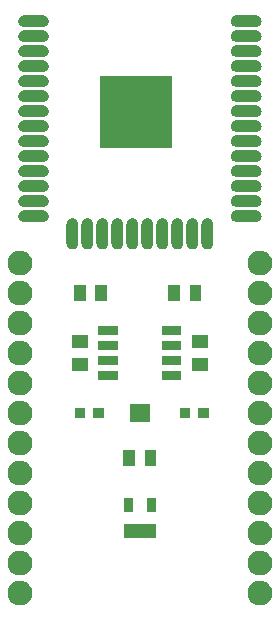
<source format=gbr>
G04 #@! TF.GenerationSoftware,KiCad,Pcbnew,(5.0.2)-1*
G04 #@! TF.CreationDate,2019-10-20T23:59:16+02:00*
G04 #@! TF.ProjectId,esp32-lifepo4 - slim,65737033-322d-46c6-9966-65706f34202d,rev?*
G04 #@! TF.SameCoordinates,Original*
G04 #@! TF.FileFunction,Soldermask,Top*
G04 #@! TF.FilePolarity,Negative*
%FSLAX46Y46*%
G04 Gerber Fmt 4.6, Leading zero omitted, Abs format (unit mm)*
G04 Created by KiCad (PCBNEW (5.0.2)-1) date 20/10/2019 23:59:16*
%MOMM*%
%LPD*%
G01*
G04 APERTURE LIST*
%ADD10C,0.150000*%
G04 APERTURE END LIST*
D10*
G36*
X157439925Y-117449554D02*
X157629449Y-117528057D01*
X157800015Y-117642026D01*
X157945068Y-117787079D01*
X158059037Y-117957645D01*
X158137540Y-118147169D01*
X158177560Y-118348364D01*
X158177560Y-118553504D01*
X158137540Y-118754699D01*
X158059037Y-118944223D01*
X157945068Y-119114789D01*
X157800015Y-119259842D01*
X157629449Y-119373811D01*
X157439925Y-119452314D01*
X157238730Y-119492334D01*
X157033590Y-119492334D01*
X156832395Y-119452314D01*
X156642871Y-119373811D01*
X156472305Y-119259842D01*
X156327252Y-119114789D01*
X156213283Y-118944223D01*
X156134780Y-118754699D01*
X156094760Y-118553504D01*
X156094760Y-118348364D01*
X156134780Y-118147169D01*
X156213283Y-117957645D01*
X156327252Y-117787079D01*
X156472305Y-117642026D01*
X156642871Y-117528057D01*
X156832395Y-117449554D01*
X157033590Y-117409534D01*
X157238730Y-117409534D01*
X157439925Y-117449554D01*
X157439925Y-117449554D01*
G37*
G36*
X137119925Y-117449554D02*
X137309449Y-117528057D01*
X137480015Y-117642026D01*
X137625068Y-117787079D01*
X137739037Y-117957645D01*
X137817540Y-118147169D01*
X137857560Y-118348364D01*
X137857560Y-118553504D01*
X137817540Y-118754699D01*
X137739037Y-118944223D01*
X137625068Y-119114789D01*
X137480015Y-119259842D01*
X137309449Y-119373811D01*
X137119925Y-119452314D01*
X136918730Y-119492334D01*
X136713590Y-119492334D01*
X136512395Y-119452314D01*
X136322871Y-119373811D01*
X136152305Y-119259842D01*
X136007252Y-119114789D01*
X135893283Y-118944223D01*
X135814780Y-118754699D01*
X135774760Y-118553504D01*
X135774760Y-118348364D01*
X135814780Y-118147169D01*
X135893283Y-117957645D01*
X136007252Y-117787079D01*
X136152305Y-117642026D01*
X136322871Y-117528057D01*
X136512395Y-117449554D01*
X136713590Y-117409534D01*
X136918730Y-117409534D01*
X137119925Y-117449554D01*
X137119925Y-117449554D01*
G37*
G36*
X157439925Y-114909554D02*
X157629449Y-114988057D01*
X157800015Y-115102026D01*
X157945068Y-115247079D01*
X158059037Y-115417645D01*
X158137540Y-115607169D01*
X158177560Y-115808364D01*
X158177560Y-116013504D01*
X158137540Y-116214699D01*
X158059037Y-116404223D01*
X157945068Y-116574789D01*
X157800015Y-116719842D01*
X157629449Y-116833811D01*
X157439925Y-116912314D01*
X157238730Y-116952334D01*
X157033590Y-116952334D01*
X156832395Y-116912314D01*
X156642871Y-116833811D01*
X156472305Y-116719842D01*
X156327252Y-116574789D01*
X156213283Y-116404223D01*
X156134780Y-116214699D01*
X156094760Y-116013504D01*
X156094760Y-115808364D01*
X156134780Y-115607169D01*
X156213283Y-115417645D01*
X156327252Y-115247079D01*
X156472305Y-115102026D01*
X156642871Y-114988057D01*
X156832395Y-114909554D01*
X157033590Y-114869534D01*
X157238730Y-114869534D01*
X157439925Y-114909554D01*
X157439925Y-114909554D01*
G37*
G36*
X137119925Y-114909554D02*
X137309449Y-114988057D01*
X137480015Y-115102026D01*
X137625068Y-115247079D01*
X137739037Y-115417645D01*
X137817540Y-115607169D01*
X137857560Y-115808364D01*
X137857560Y-116013504D01*
X137817540Y-116214699D01*
X137739037Y-116404223D01*
X137625068Y-116574789D01*
X137480015Y-116719842D01*
X137309449Y-116833811D01*
X137119925Y-116912314D01*
X136918730Y-116952334D01*
X136713590Y-116952334D01*
X136512395Y-116912314D01*
X136322871Y-116833811D01*
X136152305Y-116719842D01*
X136007252Y-116574789D01*
X135893283Y-116404223D01*
X135814780Y-116214699D01*
X135774760Y-116013504D01*
X135774760Y-115808364D01*
X135814780Y-115607169D01*
X135893283Y-115417645D01*
X136007252Y-115247079D01*
X136152305Y-115102026D01*
X136322871Y-114988057D01*
X136512395Y-114909554D01*
X136713590Y-114869534D01*
X136918730Y-114869534D01*
X137119925Y-114909554D01*
X137119925Y-114909554D01*
G37*
G36*
X157439925Y-112369554D02*
X157629449Y-112448057D01*
X157800015Y-112562026D01*
X157945068Y-112707079D01*
X158059037Y-112877645D01*
X158137540Y-113067169D01*
X158177560Y-113268364D01*
X158177560Y-113473504D01*
X158137540Y-113674699D01*
X158059037Y-113864223D01*
X157945068Y-114034789D01*
X157800015Y-114179842D01*
X157629449Y-114293811D01*
X157439925Y-114372314D01*
X157238730Y-114412334D01*
X157033590Y-114412334D01*
X156832395Y-114372314D01*
X156642871Y-114293811D01*
X156472305Y-114179842D01*
X156327252Y-114034789D01*
X156213283Y-113864223D01*
X156134780Y-113674699D01*
X156094760Y-113473504D01*
X156094760Y-113268364D01*
X156134780Y-113067169D01*
X156213283Y-112877645D01*
X156327252Y-112707079D01*
X156472305Y-112562026D01*
X156642871Y-112448057D01*
X156832395Y-112369554D01*
X157033590Y-112329534D01*
X157238730Y-112329534D01*
X157439925Y-112369554D01*
X157439925Y-112369554D01*
G37*
G36*
X137119925Y-112369554D02*
X137309449Y-112448057D01*
X137480015Y-112562026D01*
X137625068Y-112707079D01*
X137739037Y-112877645D01*
X137817540Y-113067169D01*
X137857560Y-113268364D01*
X137857560Y-113473504D01*
X137817540Y-113674699D01*
X137739037Y-113864223D01*
X137625068Y-114034789D01*
X137480015Y-114179842D01*
X137309449Y-114293811D01*
X137119925Y-114372314D01*
X136918730Y-114412334D01*
X136713590Y-114412334D01*
X136512395Y-114372314D01*
X136322871Y-114293811D01*
X136152305Y-114179842D01*
X136007252Y-114034789D01*
X135893283Y-113864223D01*
X135814780Y-113674699D01*
X135774760Y-113473504D01*
X135774760Y-113268364D01*
X135814780Y-113067169D01*
X135893283Y-112877645D01*
X136007252Y-112707079D01*
X136152305Y-112562026D01*
X136322871Y-112448057D01*
X136512395Y-112369554D01*
X136713590Y-112329534D01*
X136918730Y-112329534D01*
X137119925Y-112369554D01*
X137119925Y-112369554D01*
G37*
G36*
X148302160Y-113781934D02*
X145650160Y-113781934D01*
X145650160Y-112619934D01*
X148302160Y-112619934D01*
X148302160Y-113781934D01*
X148302160Y-113781934D01*
G37*
G36*
X157439925Y-109829554D02*
X157629449Y-109908057D01*
X157800015Y-110022026D01*
X157945068Y-110167079D01*
X158059037Y-110337645D01*
X158137540Y-110527169D01*
X158177560Y-110728364D01*
X158177560Y-110933504D01*
X158137540Y-111134699D01*
X158059037Y-111324223D01*
X157945068Y-111494789D01*
X157800015Y-111639842D01*
X157629449Y-111753811D01*
X157439925Y-111832314D01*
X157238730Y-111872334D01*
X157033590Y-111872334D01*
X156832395Y-111832314D01*
X156642871Y-111753811D01*
X156472305Y-111639842D01*
X156327252Y-111494789D01*
X156213283Y-111324223D01*
X156134780Y-111134699D01*
X156094760Y-110933504D01*
X156094760Y-110728364D01*
X156134780Y-110527169D01*
X156213283Y-110337645D01*
X156327252Y-110167079D01*
X156472305Y-110022026D01*
X156642871Y-109908057D01*
X156832395Y-109829554D01*
X157033590Y-109789534D01*
X157238730Y-109789534D01*
X157439925Y-109829554D01*
X157439925Y-109829554D01*
G37*
G36*
X137119925Y-109829554D02*
X137309449Y-109908057D01*
X137480015Y-110022026D01*
X137625068Y-110167079D01*
X137739037Y-110337645D01*
X137817540Y-110527169D01*
X137857560Y-110728364D01*
X137857560Y-110933504D01*
X137817540Y-111134699D01*
X137739037Y-111324223D01*
X137625068Y-111494789D01*
X137480015Y-111639842D01*
X137309449Y-111753811D01*
X137119925Y-111832314D01*
X136918730Y-111872334D01*
X136713590Y-111872334D01*
X136512395Y-111832314D01*
X136322871Y-111753811D01*
X136152305Y-111639842D01*
X136007252Y-111494789D01*
X135893283Y-111324223D01*
X135814780Y-111134699D01*
X135774760Y-110933504D01*
X135774760Y-110728364D01*
X135814780Y-110527169D01*
X135893283Y-110337645D01*
X136007252Y-110167079D01*
X136152305Y-110022026D01*
X136322871Y-109908057D01*
X136512395Y-109829554D01*
X136713590Y-109789534D01*
X136918730Y-109789534D01*
X137119925Y-109829554D01*
X137119925Y-109829554D01*
G37*
G36*
X148302160Y-111581934D02*
X147550160Y-111581934D01*
X147550160Y-110419934D01*
X148302160Y-110419934D01*
X148302160Y-111581934D01*
X148302160Y-111581934D01*
G37*
G36*
X146402160Y-111581934D02*
X145650160Y-111581934D01*
X145650160Y-110419934D01*
X146402160Y-110419934D01*
X146402160Y-111581934D01*
X146402160Y-111581934D01*
G37*
G36*
X157439925Y-107289554D02*
X157629449Y-107368057D01*
X157800015Y-107482026D01*
X157945068Y-107627079D01*
X158059037Y-107797645D01*
X158137540Y-107987169D01*
X158177560Y-108188364D01*
X158177560Y-108393504D01*
X158137540Y-108594699D01*
X158059037Y-108784223D01*
X157945068Y-108954789D01*
X157800015Y-109099842D01*
X157629449Y-109213811D01*
X157439925Y-109292314D01*
X157238730Y-109332334D01*
X157033590Y-109332334D01*
X156832395Y-109292314D01*
X156642871Y-109213811D01*
X156472305Y-109099842D01*
X156327252Y-108954789D01*
X156213283Y-108784223D01*
X156134780Y-108594699D01*
X156094760Y-108393504D01*
X156094760Y-108188364D01*
X156134780Y-107987169D01*
X156213283Y-107797645D01*
X156327252Y-107627079D01*
X156472305Y-107482026D01*
X156642871Y-107368057D01*
X156832395Y-107289554D01*
X157033590Y-107249534D01*
X157238730Y-107249534D01*
X157439925Y-107289554D01*
X157439925Y-107289554D01*
G37*
G36*
X137119925Y-107289554D02*
X137309449Y-107368057D01*
X137480015Y-107482026D01*
X137625068Y-107627079D01*
X137739037Y-107797645D01*
X137817540Y-107987169D01*
X137857560Y-108188364D01*
X137857560Y-108393504D01*
X137817540Y-108594699D01*
X137739037Y-108784223D01*
X137625068Y-108954789D01*
X137480015Y-109099842D01*
X137309449Y-109213811D01*
X137119925Y-109292314D01*
X136918730Y-109332334D01*
X136713590Y-109332334D01*
X136512395Y-109292314D01*
X136322871Y-109213811D01*
X136152305Y-109099842D01*
X136007252Y-108954789D01*
X135893283Y-108784223D01*
X135814780Y-108594699D01*
X135774760Y-108393504D01*
X135774760Y-108188364D01*
X135814780Y-107987169D01*
X135893283Y-107797645D01*
X136007252Y-107627079D01*
X136152305Y-107482026D01*
X136322871Y-107368057D01*
X136512395Y-107289554D01*
X136713590Y-107249534D01*
X136918730Y-107249534D01*
X137119925Y-107289554D01*
X137119925Y-107289554D01*
G37*
G36*
X148375700Y-107721974D02*
X147374940Y-107721974D01*
X147374940Y-106319894D01*
X148375700Y-106319894D01*
X148375700Y-107721974D01*
X148375700Y-107721974D01*
G37*
G36*
X146577380Y-107721974D02*
X145576620Y-107721974D01*
X145576620Y-106319894D01*
X146577380Y-106319894D01*
X146577380Y-107721974D01*
X146577380Y-107721974D01*
G37*
G36*
X157439925Y-104749554D02*
X157629449Y-104828057D01*
X157800015Y-104942026D01*
X157945068Y-105087079D01*
X158059037Y-105257645D01*
X158137540Y-105447169D01*
X158177560Y-105648364D01*
X158177560Y-105853504D01*
X158137540Y-106054699D01*
X158059037Y-106244223D01*
X157945068Y-106414789D01*
X157800015Y-106559842D01*
X157629449Y-106673811D01*
X157439925Y-106752314D01*
X157238730Y-106792334D01*
X157033590Y-106792334D01*
X156832395Y-106752314D01*
X156642871Y-106673811D01*
X156472305Y-106559842D01*
X156327252Y-106414789D01*
X156213283Y-106244223D01*
X156134780Y-106054699D01*
X156094760Y-105853504D01*
X156094760Y-105648364D01*
X156134780Y-105447169D01*
X156213283Y-105257645D01*
X156327252Y-105087079D01*
X156472305Y-104942026D01*
X156642871Y-104828057D01*
X156832395Y-104749554D01*
X157033590Y-104709534D01*
X157238730Y-104709534D01*
X157439925Y-104749554D01*
X157439925Y-104749554D01*
G37*
G36*
X137119925Y-104749554D02*
X137309449Y-104828057D01*
X137480015Y-104942026D01*
X137625068Y-105087079D01*
X137739037Y-105257645D01*
X137817540Y-105447169D01*
X137857560Y-105648364D01*
X137857560Y-105853504D01*
X137817540Y-106054699D01*
X137739037Y-106244223D01*
X137625068Y-106414789D01*
X137480015Y-106559842D01*
X137309449Y-106673811D01*
X137119925Y-106752314D01*
X136918730Y-106792334D01*
X136713590Y-106792334D01*
X136512395Y-106752314D01*
X136322871Y-106673811D01*
X136152305Y-106559842D01*
X136007252Y-106414789D01*
X135893283Y-106244223D01*
X135814780Y-106054699D01*
X135774760Y-105853504D01*
X135774760Y-105648364D01*
X135814780Y-105447169D01*
X135893283Y-105257645D01*
X136007252Y-105087079D01*
X136152305Y-104942026D01*
X136322871Y-104828057D01*
X136512395Y-104749554D01*
X136713590Y-104709534D01*
X136918730Y-104709534D01*
X137119925Y-104749554D01*
X137119925Y-104749554D01*
G37*
G36*
X137119925Y-102209554D02*
X137309449Y-102288057D01*
X137480015Y-102402026D01*
X137625068Y-102547079D01*
X137739037Y-102717645D01*
X137817540Y-102907169D01*
X137857560Y-103108364D01*
X137857560Y-103313504D01*
X137817540Y-103514699D01*
X137739037Y-103704223D01*
X137625068Y-103874789D01*
X137480015Y-104019842D01*
X137309449Y-104133811D01*
X137119925Y-104212314D01*
X136918730Y-104252334D01*
X136713590Y-104252334D01*
X136512395Y-104212314D01*
X136322871Y-104133811D01*
X136152305Y-104019842D01*
X136007252Y-103874789D01*
X135893283Y-103704223D01*
X135814780Y-103514699D01*
X135774760Y-103313504D01*
X135774760Y-103108364D01*
X135814780Y-102907169D01*
X135893283Y-102717645D01*
X136007252Y-102547079D01*
X136152305Y-102402026D01*
X136322871Y-102288057D01*
X136512395Y-102209554D01*
X136713590Y-102169534D01*
X136918730Y-102169534D01*
X137119925Y-102209554D01*
X137119925Y-102209554D01*
G37*
G36*
X157439925Y-102209554D02*
X157629449Y-102288057D01*
X157800015Y-102402026D01*
X157945068Y-102547079D01*
X158059037Y-102717645D01*
X158137540Y-102907169D01*
X158177560Y-103108364D01*
X158177560Y-103313504D01*
X158137540Y-103514699D01*
X158059037Y-103704223D01*
X157945068Y-103874789D01*
X157800015Y-104019842D01*
X157629449Y-104133811D01*
X157439925Y-104212314D01*
X157238730Y-104252334D01*
X157033590Y-104252334D01*
X156832395Y-104212314D01*
X156642871Y-104133811D01*
X156472305Y-104019842D01*
X156327252Y-103874789D01*
X156213283Y-103704223D01*
X156134780Y-103514699D01*
X156094760Y-103313504D01*
X156094760Y-103108364D01*
X156134780Y-102907169D01*
X156213283Y-102717645D01*
X156327252Y-102547079D01*
X156472305Y-102402026D01*
X156642871Y-102288057D01*
X156832395Y-102209554D01*
X157033590Y-102169534D01*
X157238730Y-102169534D01*
X157439925Y-102209554D01*
X157439925Y-102209554D01*
G37*
G36*
X147801660Y-103947534D02*
X146150660Y-103947534D01*
X146150660Y-102474334D01*
X147801660Y-102474334D01*
X147801660Y-103947534D01*
X147801660Y-103947534D01*
G37*
G36*
X142347160Y-103661934D02*
X141445160Y-103661934D01*
X141445160Y-102759934D01*
X142347160Y-102759934D01*
X142347160Y-103661934D01*
X142347160Y-103661934D01*
G37*
G36*
X151237160Y-103661934D02*
X150335160Y-103661934D01*
X150335160Y-102759934D01*
X151237160Y-102759934D01*
X151237160Y-103661934D01*
X151237160Y-103661934D01*
G37*
G36*
X143947160Y-103661934D02*
X143045160Y-103661934D01*
X143045160Y-102759934D01*
X143947160Y-102759934D01*
X143947160Y-103661934D01*
X143947160Y-103661934D01*
G37*
G36*
X152837160Y-103661934D02*
X151935160Y-103661934D01*
X151935160Y-102759934D01*
X152837160Y-102759934D01*
X152837160Y-103661934D01*
X152837160Y-103661934D01*
G37*
G36*
X157439925Y-99669554D02*
X157629449Y-99748057D01*
X157800015Y-99862026D01*
X157945068Y-100007079D01*
X158059037Y-100177645D01*
X158137540Y-100367169D01*
X158177560Y-100568364D01*
X158177560Y-100773504D01*
X158137540Y-100974699D01*
X158059037Y-101164223D01*
X157945068Y-101334789D01*
X157800015Y-101479842D01*
X157629449Y-101593811D01*
X157439925Y-101672314D01*
X157238730Y-101712334D01*
X157033590Y-101712334D01*
X156832395Y-101672314D01*
X156642871Y-101593811D01*
X156472305Y-101479842D01*
X156327252Y-101334789D01*
X156213283Y-101164223D01*
X156134780Y-100974699D01*
X156094760Y-100773504D01*
X156094760Y-100568364D01*
X156134780Y-100367169D01*
X156213283Y-100177645D01*
X156327252Y-100007079D01*
X156472305Y-99862026D01*
X156642871Y-99748057D01*
X156832395Y-99669554D01*
X157033590Y-99629534D01*
X157238730Y-99629534D01*
X157439925Y-99669554D01*
X157439925Y-99669554D01*
G37*
G36*
X137119925Y-99669554D02*
X137309449Y-99748057D01*
X137480015Y-99862026D01*
X137625068Y-100007079D01*
X137739037Y-100177645D01*
X137817540Y-100367169D01*
X137857560Y-100568364D01*
X137857560Y-100773504D01*
X137817540Y-100974699D01*
X137739037Y-101164223D01*
X137625068Y-101334789D01*
X137480015Y-101479842D01*
X137309449Y-101593811D01*
X137119925Y-101672314D01*
X136918730Y-101712334D01*
X136713590Y-101712334D01*
X136512395Y-101672314D01*
X136322871Y-101593811D01*
X136152305Y-101479842D01*
X136007252Y-101334789D01*
X135893283Y-101164223D01*
X135814780Y-100974699D01*
X135774760Y-100773504D01*
X135774760Y-100568364D01*
X135814780Y-100367169D01*
X135893283Y-100177645D01*
X136007252Y-100007079D01*
X136152305Y-99862026D01*
X136322871Y-99748057D01*
X136512395Y-99669554D01*
X136713590Y-99629534D01*
X136918730Y-99629534D01*
X137119925Y-99669554D01*
X137119925Y-99669554D01*
G37*
G36*
X150502160Y-100386934D02*
X148850160Y-100386934D01*
X148850160Y-99684934D01*
X150502160Y-99684934D01*
X150502160Y-100386934D01*
X150502160Y-100386934D01*
G37*
G36*
X145102160Y-100386934D02*
X143450160Y-100386934D01*
X143450160Y-99684934D01*
X145102160Y-99684934D01*
X145102160Y-100386934D01*
X145102160Y-100386934D01*
G37*
G36*
X142572160Y-99681934D02*
X141220160Y-99681934D01*
X141220160Y-98579934D01*
X142572160Y-98579934D01*
X142572160Y-99681934D01*
X142572160Y-99681934D01*
G37*
G36*
X152732160Y-99681934D02*
X151380160Y-99681934D01*
X151380160Y-98579934D01*
X152732160Y-98579934D01*
X152732160Y-99681934D01*
X152732160Y-99681934D01*
G37*
G36*
X157439925Y-97129554D02*
X157629449Y-97208057D01*
X157800015Y-97322026D01*
X157945068Y-97467079D01*
X158059037Y-97637645D01*
X158137540Y-97827169D01*
X158177560Y-98028364D01*
X158177560Y-98233504D01*
X158137540Y-98434699D01*
X158059037Y-98624223D01*
X157945068Y-98794789D01*
X157800015Y-98939842D01*
X157629449Y-99053811D01*
X157439925Y-99132314D01*
X157238730Y-99172334D01*
X157033590Y-99172334D01*
X156832395Y-99132314D01*
X156642871Y-99053811D01*
X156472305Y-98939842D01*
X156327252Y-98794789D01*
X156213283Y-98624223D01*
X156134780Y-98434699D01*
X156094760Y-98233504D01*
X156094760Y-98028364D01*
X156134780Y-97827169D01*
X156213283Y-97637645D01*
X156327252Y-97467079D01*
X156472305Y-97322026D01*
X156642871Y-97208057D01*
X156832395Y-97129554D01*
X157033590Y-97089534D01*
X157238730Y-97089534D01*
X157439925Y-97129554D01*
X157439925Y-97129554D01*
G37*
G36*
X137119925Y-97129554D02*
X137309449Y-97208057D01*
X137480015Y-97322026D01*
X137625068Y-97467079D01*
X137739037Y-97637645D01*
X137817540Y-97827169D01*
X137857560Y-98028364D01*
X137857560Y-98233504D01*
X137817540Y-98434699D01*
X137739037Y-98624223D01*
X137625068Y-98794789D01*
X137480015Y-98939842D01*
X137309449Y-99053811D01*
X137119925Y-99132314D01*
X136918730Y-99172334D01*
X136713590Y-99172334D01*
X136512395Y-99132314D01*
X136322871Y-99053811D01*
X136152305Y-98939842D01*
X136007252Y-98794789D01*
X135893283Y-98624223D01*
X135814780Y-98434699D01*
X135774760Y-98233504D01*
X135774760Y-98028364D01*
X135814780Y-97827169D01*
X135893283Y-97637645D01*
X136007252Y-97467079D01*
X136152305Y-97322026D01*
X136322871Y-97208057D01*
X136512395Y-97129554D01*
X136713590Y-97089534D01*
X136918730Y-97089534D01*
X137119925Y-97129554D01*
X137119925Y-97129554D01*
G37*
G36*
X150502160Y-99116934D02*
X148850160Y-99116934D01*
X148850160Y-98414934D01*
X150502160Y-98414934D01*
X150502160Y-99116934D01*
X150502160Y-99116934D01*
G37*
G36*
X145102160Y-99116934D02*
X143450160Y-99116934D01*
X143450160Y-98414934D01*
X145102160Y-98414934D01*
X145102160Y-99116934D01*
X145102160Y-99116934D01*
G37*
G36*
X145102160Y-97846934D02*
X143450160Y-97846934D01*
X143450160Y-97144934D01*
X145102160Y-97144934D01*
X145102160Y-97846934D01*
X145102160Y-97846934D01*
G37*
G36*
X150502160Y-97846934D02*
X148850160Y-97846934D01*
X148850160Y-97144934D01*
X150502160Y-97144934D01*
X150502160Y-97846934D01*
X150502160Y-97846934D01*
G37*
G36*
X152732160Y-97681934D02*
X151380160Y-97681934D01*
X151380160Y-96579934D01*
X152732160Y-96579934D01*
X152732160Y-97681934D01*
X152732160Y-97681934D01*
G37*
G36*
X142572160Y-97681934D02*
X141220160Y-97681934D01*
X141220160Y-96579934D01*
X142572160Y-96579934D01*
X142572160Y-97681934D01*
X142572160Y-97681934D01*
G37*
G36*
X137119925Y-94589554D02*
X137309449Y-94668057D01*
X137480015Y-94782026D01*
X137625068Y-94927079D01*
X137739037Y-95097645D01*
X137817540Y-95287169D01*
X137857560Y-95488364D01*
X137857560Y-95693504D01*
X137817540Y-95894699D01*
X137739037Y-96084223D01*
X137625068Y-96254789D01*
X137480015Y-96399842D01*
X137309449Y-96513811D01*
X137119925Y-96592314D01*
X136918730Y-96632334D01*
X136713590Y-96632334D01*
X136512395Y-96592314D01*
X136322871Y-96513811D01*
X136152305Y-96399842D01*
X136007252Y-96254789D01*
X135893283Y-96084223D01*
X135814780Y-95894699D01*
X135774760Y-95693504D01*
X135774760Y-95488364D01*
X135814780Y-95287169D01*
X135893283Y-95097645D01*
X136007252Y-94927079D01*
X136152305Y-94782026D01*
X136322871Y-94668057D01*
X136512395Y-94589554D01*
X136713590Y-94549534D01*
X136918730Y-94549534D01*
X137119925Y-94589554D01*
X137119925Y-94589554D01*
G37*
G36*
X157439925Y-94589554D02*
X157629449Y-94668057D01*
X157800015Y-94782026D01*
X157945068Y-94927079D01*
X158059037Y-95097645D01*
X158137540Y-95287169D01*
X158177560Y-95488364D01*
X158177560Y-95693504D01*
X158137540Y-95894699D01*
X158059037Y-96084223D01*
X157945068Y-96254789D01*
X157800015Y-96399842D01*
X157629449Y-96513811D01*
X157439925Y-96592314D01*
X157238730Y-96632334D01*
X157033590Y-96632334D01*
X156832395Y-96592314D01*
X156642871Y-96513811D01*
X156472305Y-96399842D01*
X156327252Y-96254789D01*
X156213283Y-96084223D01*
X156134780Y-95894699D01*
X156094760Y-95693504D01*
X156094760Y-95488364D01*
X156134780Y-95287169D01*
X156213283Y-95097645D01*
X156327252Y-94927079D01*
X156472305Y-94782026D01*
X156642871Y-94668057D01*
X156832395Y-94589554D01*
X157033590Y-94549534D01*
X157238730Y-94549534D01*
X157439925Y-94589554D01*
X157439925Y-94589554D01*
G37*
G36*
X150502160Y-96576934D02*
X148850160Y-96576934D01*
X148850160Y-95874934D01*
X150502160Y-95874934D01*
X150502160Y-96576934D01*
X150502160Y-96576934D01*
G37*
G36*
X145102160Y-96576934D02*
X143450160Y-96576934D01*
X143450160Y-95874934D01*
X145102160Y-95874934D01*
X145102160Y-96576934D01*
X145102160Y-96576934D01*
G37*
G36*
X137119925Y-92049554D02*
X137309449Y-92128057D01*
X137480015Y-92242026D01*
X137625068Y-92387079D01*
X137739037Y-92557645D01*
X137817540Y-92747169D01*
X137857560Y-92948364D01*
X137857560Y-93153504D01*
X137817540Y-93354699D01*
X137739037Y-93544223D01*
X137625068Y-93714789D01*
X137480015Y-93859842D01*
X137309449Y-93973811D01*
X137119925Y-94052314D01*
X136918730Y-94092334D01*
X136713590Y-94092334D01*
X136512395Y-94052314D01*
X136322871Y-93973811D01*
X136152305Y-93859842D01*
X136007252Y-93714789D01*
X135893283Y-93544223D01*
X135814780Y-93354699D01*
X135774760Y-93153504D01*
X135774760Y-92948364D01*
X135814780Y-92747169D01*
X135893283Y-92557645D01*
X136007252Y-92387079D01*
X136152305Y-92242026D01*
X136322871Y-92128057D01*
X136512395Y-92049554D01*
X136713590Y-92009534D01*
X136918730Y-92009534D01*
X137119925Y-92049554D01*
X137119925Y-92049554D01*
G37*
G36*
X157439925Y-92049554D02*
X157629449Y-92128057D01*
X157800015Y-92242026D01*
X157945068Y-92387079D01*
X158059037Y-92557645D01*
X158137540Y-92747169D01*
X158177560Y-92948364D01*
X158177560Y-93153504D01*
X158137540Y-93354699D01*
X158059037Y-93544223D01*
X157945068Y-93714789D01*
X157800015Y-93859842D01*
X157629449Y-93973811D01*
X157439925Y-94052314D01*
X157238730Y-94092334D01*
X157033590Y-94092334D01*
X156832395Y-94052314D01*
X156642871Y-93973811D01*
X156472305Y-93859842D01*
X156327252Y-93714789D01*
X156213283Y-93544223D01*
X156134780Y-93354699D01*
X156094760Y-93153504D01*
X156094760Y-92948364D01*
X156134780Y-92747169D01*
X156213283Y-92557645D01*
X156327252Y-92387079D01*
X156472305Y-92242026D01*
X156642871Y-92128057D01*
X156832395Y-92049554D01*
X157033590Y-92009534D01*
X157238730Y-92009534D01*
X157439925Y-92049554D01*
X157439925Y-92049554D01*
G37*
G36*
X144194860Y-93751974D02*
X143194100Y-93751974D01*
X143194100Y-92349894D01*
X144194860Y-92349894D01*
X144194860Y-93751974D01*
X144194860Y-93751974D01*
G37*
G36*
X142396540Y-93751974D02*
X141395780Y-93751974D01*
X141395780Y-92349894D01*
X142396540Y-92349894D01*
X142396540Y-93751974D01*
X142396540Y-93751974D01*
G37*
G36*
X150387380Y-93751974D02*
X149386620Y-93751974D01*
X149386620Y-92349894D01*
X150387380Y-92349894D01*
X150387380Y-93751974D01*
X150387380Y-93751974D01*
G37*
G36*
X152185700Y-93751974D02*
X151184940Y-93751974D01*
X151184940Y-92349894D01*
X152185700Y-92349894D01*
X152185700Y-93751974D01*
X152185700Y-93751974D01*
G37*
G36*
X157439925Y-89509554D02*
X157629449Y-89588057D01*
X157800015Y-89702026D01*
X157945068Y-89847079D01*
X158059037Y-90017645D01*
X158137540Y-90207169D01*
X158177560Y-90408364D01*
X158177560Y-90613504D01*
X158137540Y-90814699D01*
X158059037Y-91004223D01*
X157945068Y-91174789D01*
X157800015Y-91319842D01*
X157629449Y-91433811D01*
X157439925Y-91512314D01*
X157238730Y-91552334D01*
X157033590Y-91552334D01*
X156832395Y-91512314D01*
X156642871Y-91433811D01*
X156472305Y-91319842D01*
X156327252Y-91174789D01*
X156213283Y-91004223D01*
X156134780Y-90814699D01*
X156094760Y-90613504D01*
X156094760Y-90408364D01*
X156134780Y-90207169D01*
X156213283Y-90017645D01*
X156327252Y-89847079D01*
X156472305Y-89702026D01*
X156642871Y-89588057D01*
X156832395Y-89509554D01*
X157033590Y-89469534D01*
X157238730Y-89469534D01*
X157439925Y-89509554D01*
X157439925Y-89509554D01*
G37*
G36*
X137119925Y-89509554D02*
X137309449Y-89588057D01*
X137480015Y-89702026D01*
X137625068Y-89847079D01*
X137739037Y-90017645D01*
X137817540Y-90207169D01*
X137857560Y-90408364D01*
X137857560Y-90613504D01*
X137817540Y-90814699D01*
X137739037Y-91004223D01*
X137625068Y-91174789D01*
X137480015Y-91319842D01*
X137309449Y-91433811D01*
X137119925Y-91512314D01*
X136918730Y-91552334D01*
X136713590Y-91552334D01*
X136512395Y-91512314D01*
X136322871Y-91433811D01*
X136152305Y-91319842D01*
X136007252Y-91174789D01*
X135893283Y-91004223D01*
X135814780Y-90814699D01*
X135774760Y-90613504D01*
X135774760Y-90408364D01*
X135814780Y-90207169D01*
X135893283Y-90017645D01*
X136007252Y-89847079D01*
X136152305Y-89702026D01*
X136322871Y-89588057D01*
X136512395Y-89509554D01*
X136713590Y-89469534D01*
X136918730Y-89469534D01*
X137119925Y-89509554D01*
X137119925Y-89509554D01*
G37*
G36*
X148979373Y-86727183D02*
X149073812Y-86755831D01*
X149160847Y-86802352D01*
X149237135Y-86864959D01*
X149299742Y-86941247D01*
X149346263Y-87028282D01*
X149374911Y-87122721D01*
X149382160Y-87196322D01*
X149382160Y-88845546D01*
X149374911Y-88919147D01*
X149346263Y-89013586D01*
X149299742Y-89100621D01*
X149237135Y-89176909D01*
X149160847Y-89239516D01*
X149073811Y-89286037D01*
X148979372Y-89314685D01*
X148881160Y-89324358D01*
X148782947Y-89314685D01*
X148688508Y-89286037D01*
X148601473Y-89239516D01*
X148525185Y-89176909D01*
X148462578Y-89100621D01*
X148416057Y-89013585D01*
X148387409Y-88919146D01*
X148380160Y-88845545D01*
X148380161Y-87196322D01*
X148387410Y-87122721D01*
X148416058Y-87028282D01*
X148462579Y-86941247D01*
X148525186Y-86864959D01*
X148601474Y-86802352D01*
X148688509Y-86755831D01*
X148782948Y-86727183D01*
X148881160Y-86717510D01*
X148979373Y-86727183D01*
X148979373Y-86727183D01*
G37*
G36*
X151519373Y-86727183D02*
X151613812Y-86755831D01*
X151700847Y-86802352D01*
X151777135Y-86864959D01*
X151839742Y-86941247D01*
X151886263Y-87028282D01*
X151914911Y-87122721D01*
X151922160Y-87196322D01*
X151922160Y-88845546D01*
X151914911Y-88919147D01*
X151886263Y-89013586D01*
X151839742Y-89100621D01*
X151777135Y-89176909D01*
X151700847Y-89239516D01*
X151613811Y-89286037D01*
X151519372Y-89314685D01*
X151421160Y-89324358D01*
X151322947Y-89314685D01*
X151228508Y-89286037D01*
X151141473Y-89239516D01*
X151065185Y-89176909D01*
X151002578Y-89100621D01*
X150956057Y-89013585D01*
X150927409Y-88919146D01*
X150920160Y-88845545D01*
X150920161Y-87196322D01*
X150927410Y-87122721D01*
X150956058Y-87028282D01*
X151002579Y-86941247D01*
X151065186Y-86864959D01*
X151141474Y-86802352D01*
X151228509Y-86755831D01*
X151322948Y-86727183D01*
X151421160Y-86717510D01*
X151519373Y-86727183D01*
X151519373Y-86727183D01*
G37*
G36*
X150249373Y-86727183D02*
X150343812Y-86755831D01*
X150430847Y-86802352D01*
X150507135Y-86864959D01*
X150569742Y-86941247D01*
X150616263Y-87028282D01*
X150644911Y-87122721D01*
X150652160Y-87196322D01*
X150652160Y-88845546D01*
X150644911Y-88919147D01*
X150616263Y-89013586D01*
X150569742Y-89100621D01*
X150507135Y-89176909D01*
X150430847Y-89239516D01*
X150343811Y-89286037D01*
X150249372Y-89314685D01*
X150151160Y-89324358D01*
X150052947Y-89314685D01*
X149958508Y-89286037D01*
X149871473Y-89239516D01*
X149795185Y-89176909D01*
X149732578Y-89100621D01*
X149686057Y-89013585D01*
X149657409Y-88919146D01*
X149650160Y-88845545D01*
X149650161Y-87196322D01*
X149657410Y-87122721D01*
X149686058Y-87028282D01*
X149732579Y-86941247D01*
X149795186Y-86864959D01*
X149871474Y-86802352D01*
X149958509Y-86755831D01*
X150052948Y-86727183D01*
X150151160Y-86717510D01*
X150249373Y-86727183D01*
X150249373Y-86727183D01*
G37*
G36*
X147709373Y-86727183D02*
X147803812Y-86755831D01*
X147890847Y-86802352D01*
X147967135Y-86864959D01*
X148029742Y-86941247D01*
X148076263Y-87028282D01*
X148104911Y-87122721D01*
X148112160Y-87196322D01*
X148112160Y-88845546D01*
X148104911Y-88919147D01*
X148076263Y-89013586D01*
X148029742Y-89100621D01*
X147967135Y-89176909D01*
X147890847Y-89239516D01*
X147803811Y-89286037D01*
X147709372Y-89314685D01*
X147611160Y-89324358D01*
X147512947Y-89314685D01*
X147418508Y-89286037D01*
X147331473Y-89239516D01*
X147255185Y-89176909D01*
X147192578Y-89100621D01*
X147146057Y-89013585D01*
X147117409Y-88919146D01*
X147110160Y-88845545D01*
X147110161Y-87196322D01*
X147117410Y-87122721D01*
X147146058Y-87028282D01*
X147192579Y-86941247D01*
X147255186Y-86864959D01*
X147331474Y-86802352D01*
X147418509Y-86755831D01*
X147512948Y-86727183D01*
X147611160Y-86717510D01*
X147709373Y-86727183D01*
X147709373Y-86727183D01*
G37*
G36*
X146439373Y-86727183D02*
X146533812Y-86755831D01*
X146620847Y-86802352D01*
X146697135Y-86864959D01*
X146759742Y-86941247D01*
X146806263Y-87028282D01*
X146834911Y-87122721D01*
X146842160Y-87196322D01*
X146842160Y-88845546D01*
X146834911Y-88919147D01*
X146806263Y-89013586D01*
X146759742Y-89100621D01*
X146697135Y-89176909D01*
X146620847Y-89239516D01*
X146533811Y-89286037D01*
X146439372Y-89314685D01*
X146341160Y-89324358D01*
X146242947Y-89314685D01*
X146148508Y-89286037D01*
X146061473Y-89239516D01*
X145985185Y-89176909D01*
X145922578Y-89100621D01*
X145876057Y-89013585D01*
X145847409Y-88919146D01*
X145840160Y-88845545D01*
X145840161Y-87196322D01*
X145847410Y-87122721D01*
X145876058Y-87028282D01*
X145922579Y-86941247D01*
X145985186Y-86864959D01*
X146061474Y-86802352D01*
X146148509Y-86755831D01*
X146242948Y-86727183D01*
X146341160Y-86717510D01*
X146439373Y-86727183D01*
X146439373Y-86727183D01*
G37*
G36*
X145169373Y-86727183D02*
X145263812Y-86755831D01*
X145350847Y-86802352D01*
X145427135Y-86864959D01*
X145489742Y-86941247D01*
X145536263Y-87028282D01*
X145564911Y-87122721D01*
X145572160Y-87196322D01*
X145572160Y-88845546D01*
X145564911Y-88919147D01*
X145536263Y-89013586D01*
X145489742Y-89100621D01*
X145427135Y-89176909D01*
X145350847Y-89239516D01*
X145263811Y-89286037D01*
X145169372Y-89314685D01*
X145071160Y-89324358D01*
X144972947Y-89314685D01*
X144878508Y-89286037D01*
X144791473Y-89239516D01*
X144715185Y-89176909D01*
X144652578Y-89100621D01*
X144606057Y-89013585D01*
X144577409Y-88919146D01*
X144570160Y-88845545D01*
X144570161Y-87196322D01*
X144577410Y-87122721D01*
X144606058Y-87028282D01*
X144652579Y-86941247D01*
X144715186Y-86864959D01*
X144791474Y-86802352D01*
X144878509Y-86755831D01*
X144972948Y-86727183D01*
X145071160Y-86717510D01*
X145169373Y-86727183D01*
X145169373Y-86727183D01*
G37*
G36*
X143899373Y-86727183D02*
X143993812Y-86755831D01*
X144080847Y-86802352D01*
X144157135Y-86864959D01*
X144219742Y-86941247D01*
X144266263Y-87028282D01*
X144294911Y-87122721D01*
X144302160Y-87196322D01*
X144302160Y-88845546D01*
X144294911Y-88919147D01*
X144266263Y-89013586D01*
X144219742Y-89100621D01*
X144157135Y-89176909D01*
X144080847Y-89239516D01*
X143993811Y-89286037D01*
X143899372Y-89314685D01*
X143801160Y-89324358D01*
X143702947Y-89314685D01*
X143608508Y-89286037D01*
X143521473Y-89239516D01*
X143445185Y-89176909D01*
X143382578Y-89100621D01*
X143336057Y-89013585D01*
X143307409Y-88919146D01*
X143300160Y-88845545D01*
X143300161Y-87196322D01*
X143307410Y-87122721D01*
X143336058Y-87028282D01*
X143382579Y-86941247D01*
X143445186Y-86864959D01*
X143521474Y-86802352D01*
X143608509Y-86755831D01*
X143702948Y-86727183D01*
X143801160Y-86717510D01*
X143899373Y-86727183D01*
X143899373Y-86727183D01*
G37*
G36*
X142629373Y-86727183D02*
X142723812Y-86755831D01*
X142810847Y-86802352D01*
X142887135Y-86864959D01*
X142949742Y-86941247D01*
X142996263Y-87028282D01*
X143024911Y-87122721D01*
X143032160Y-87196322D01*
X143032160Y-88845546D01*
X143024911Y-88919147D01*
X142996263Y-89013586D01*
X142949742Y-89100621D01*
X142887135Y-89176909D01*
X142810847Y-89239516D01*
X142723811Y-89286037D01*
X142629372Y-89314685D01*
X142531160Y-89324358D01*
X142432947Y-89314685D01*
X142338508Y-89286037D01*
X142251473Y-89239516D01*
X142175185Y-89176909D01*
X142112578Y-89100621D01*
X142066057Y-89013585D01*
X142037409Y-88919146D01*
X142030160Y-88845545D01*
X142030161Y-87196322D01*
X142037410Y-87122721D01*
X142066058Y-87028282D01*
X142112579Y-86941247D01*
X142175186Y-86864959D01*
X142251474Y-86802352D01*
X142338509Y-86755831D01*
X142432948Y-86727183D01*
X142531160Y-86717510D01*
X142629373Y-86727183D01*
X142629373Y-86727183D01*
G37*
G36*
X141359373Y-86727183D02*
X141453812Y-86755831D01*
X141540847Y-86802352D01*
X141617135Y-86864959D01*
X141679742Y-86941247D01*
X141726263Y-87028282D01*
X141754911Y-87122721D01*
X141762160Y-87196322D01*
X141762160Y-88845546D01*
X141754911Y-88919147D01*
X141726263Y-89013586D01*
X141679742Y-89100621D01*
X141617135Y-89176909D01*
X141540847Y-89239516D01*
X141453811Y-89286037D01*
X141359372Y-89314685D01*
X141261160Y-89324358D01*
X141162947Y-89314685D01*
X141068508Y-89286037D01*
X140981473Y-89239516D01*
X140905185Y-89176909D01*
X140842578Y-89100621D01*
X140796057Y-89013585D01*
X140767409Y-88919146D01*
X140760160Y-88845545D01*
X140760161Y-87196322D01*
X140767410Y-87122721D01*
X140796058Y-87028282D01*
X140842579Y-86941247D01*
X140905186Y-86864959D01*
X140981474Y-86802352D01*
X141068509Y-86755831D01*
X141162948Y-86727183D01*
X141261160Y-86717510D01*
X141359373Y-86727183D01*
X141359373Y-86727183D01*
G37*
G36*
X152789373Y-86727183D02*
X152883812Y-86755831D01*
X152970847Y-86802352D01*
X153047135Y-86864959D01*
X153109742Y-86941247D01*
X153156263Y-87028282D01*
X153184911Y-87122721D01*
X153192160Y-87196322D01*
X153192160Y-88845546D01*
X153184911Y-88919147D01*
X153156263Y-89013586D01*
X153109742Y-89100621D01*
X153047135Y-89176909D01*
X152970847Y-89239516D01*
X152883811Y-89286037D01*
X152789372Y-89314685D01*
X152691160Y-89324358D01*
X152592947Y-89314685D01*
X152498508Y-89286037D01*
X152411473Y-89239516D01*
X152335185Y-89176909D01*
X152272578Y-89100621D01*
X152226057Y-89013585D01*
X152197409Y-88919146D01*
X152190160Y-88845545D01*
X152190161Y-87196322D01*
X152197410Y-87122721D01*
X152226058Y-87028282D01*
X152272579Y-86941247D01*
X152335186Y-86864959D01*
X152411474Y-86802352D01*
X152498509Y-86755831D01*
X152592948Y-86727183D01*
X152691160Y-86717510D01*
X152789373Y-86727183D01*
X152789373Y-86727183D01*
G37*
G36*
X156874373Y-86037183D02*
X156968812Y-86065831D01*
X157055847Y-86112352D01*
X157132135Y-86174959D01*
X157194742Y-86251247D01*
X157241263Y-86338282D01*
X157269911Y-86432721D01*
X157279584Y-86530934D01*
X157269911Y-86629147D01*
X157241263Y-86723586D01*
X157194742Y-86810621D01*
X157132135Y-86886909D01*
X157055847Y-86949516D01*
X156968812Y-86996037D01*
X156874373Y-87024685D01*
X156800772Y-87031934D01*
X155151548Y-87031934D01*
X155077947Y-87024685D01*
X154983508Y-86996037D01*
X154896473Y-86949516D01*
X154820185Y-86886909D01*
X154757578Y-86810621D01*
X154711057Y-86723586D01*
X154682409Y-86629147D01*
X154672736Y-86530934D01*
X154682409Y-86432721D01*
X154711057Y-86338282D01*
X154757578Y-86251247D01*
X154820185Y-86174959D01*
X154896473Y-86112352D01*
X154983508Y-86065831D01*
X155077947Y-86037183D01*
X155151548Y-86029934D01*
X156800772Y-86029934D01*
X156874373Y-86037183D01*
X156874373Y-86037183D01*
G37*
G36*
X138874373Y-86037183D02*
X138968812Y-86065831D01*
X139055847Y-86112352D01*
X139132135Y-86174959D01*
X139194742Y-86251247D01*
X139241263Y-86338282D01*
X139269911Y-86432721D01*
X139279584Y-86530934D01*
X139269911Y-86629147D01*
X139241263Y-86723586D01*
X139194742Y-86810621D01*
X139132135Y-86886909D01*
X139055847Y-86949516D01*
X138968812Y-86996037D01*
X138874373Y-87024685D01*
X138800772Y-87031934D01*
X137151548Y-87031934D01*
X137077947Y-87024685D01*
X136983508Y-86996037D01*
X136896473Y-86949516D01*
X136820185Y-86886909D01*
X136757578Y-86810621D01*
X136711057Y-86723586D01*
X136682409Y-86629147D01*
X136672736Y-86530934D01*
X136682409Y-86432721D01*
X136711057Y-86338282D01*
X136757578Y-86251247D01*
X136820185Y-86174959D01*
X136896473Y-86112352D01*
X136983508Y-86065831D01*
X137077947Y-86037183D01*
X137151548Y-86029934D01*
X138800772Y-86029934D01*
X138874373Y-86037183D01*
X138874373Y-86037183D01*
G37*
G36*
X138874373Y-84767183D02*
X138968812Y-84795831D01*
X139055847Y-84842352D01*
X139132135Y-84904959D01*
X139194742Y-84981247D01*
X139241263Y-85068282D01*
X139269911Y-85162721D01*
X139279584Y-85260934D01*
X139269911Y-85359147D01*
X139241263Y-85453586D01*
X139194742Y-85540621D01*
X139132135Y-85616909D01*
X139055847Y-85679516D01*
X138968812Y-85726037D01*
X138874373Y-85754685D01*
X138800772Y-85761934D01*
X137151548Y-85761934D01*
X137077947Y-85754685D01*
X136983508Y-85726037D01*
X136896473Y-85679516D01*
X136820185Y-85616909D01*
X136757578Y-85540621D01*
X136711057Y-85453586D01*
X136682409Y-85359147D01*
X136672736Y-85260934D01*
X136682409Y-85162721D01*
X136711057Y-85068282D01*
X136757578Y-84981247D01*
X136820185Y-84904959D01*
X136896473Y-84842352D01*
X136983508Y-84795831D01*
X137077947Y-84767183D01*
X137151548Y-84759934D01*
X138800772Y-84759934D01*
X138874373Y-84767183D01*
X138874373Y-84767183D01*
G37*
G36*
X156874373Y-84767183D02*
X156968812Y-84795831D01*
X157055847Y-84842352D01*
X157132135Y-84904959D01*
X157194742Y-84981247D01*
X157241263Y-85068282D01*
X157269911Y-85162721D01*
X157279584Y-85260934D01*
X157269911Y-85359147D01*
X157241263Y-85453586D01*
X157194742Y-85540621D01*
X157132135Y-85616909D01*
X157055847Y-85679516D01*
X156968812Y-85726037D01*
X156874373Y-85754685D01*
X156800772Y-85761934D01*
X155151548Y-85761934D01*
X155077947Y-85754685D01*
X154983508Y-85726037D01*
X154896473Y-85679516D01*
X154820185Y-85616909D01*
X154757578Y-85540621D01*
X154711057Y-85453586D01*
X154682409Y-85359147D01*
X154672736Y-85260934D01*
X154682409Y-85162721D01*
X154711057Y-85068282D01*
X154757578Y-84981247D01*
X154820185Y-84904959D01*
X154896473Y-84842352D01*
X154983508Y-84795831D01*
X155077947Y-84767183D01*
X155151548Y-84759934D01*
X156800772Y-84759934D01*
X156874373Y-84767183D01*
X156874373Y-84767183D01*
G37*
G36*
X138874373Y-83497183D02*
X138968812Y-83525831D01*
X139055847Y-83572352D01*
X139132135Y-83634959D01*
X139194742Y-83711247D01*
X139241263Y-83798282D01*
X139269911Y-83892721D01*
X139279584Y-83990934D01*
X139269911Y-84089147D01*
X139241263Y-84183586D01*
X139194742Y-84270621D01*
X139132135Y-84346909D01*
X139055847Y-84409516D01*
X138968812Y-84456037D01*
X138874373Y-84484685D01*
X138800772Y-84491934D01*
X137151548Y-84491934D01*
X137077947Y-84484685D01*
X136983508Y-84456037D01*
X136896473Y-84409516D01*
X136820185Y-84346909D01*
X136757578Y-84270621D01*
X136711057Y-84183586D01*
X136682409Y-84089147D01*
X136672736Y-83990934D01*
X136682409Y-83892721D01*
X136711057Y-83798282D01*
X136757578Y-83711247D01*
X136820185Y-83634959D01*
X136896473Y-83572352D01*
X136983508Y-83525831D01*
X137077947Y-83497183D01*
X137151548Y-83489934D01*
X138800772Y-83489934D01*
X138874373Y-83497183D01*
X138874373Y-83497183D01*
G37*
G36*
X156874373Y-83497183D02*
X156968812Y-83525831D01*
X157055847Y-83572352D01*
X157132135Y-83634959D01*
X157194742Y-83711247D01*
X157241263Y-83798282D01*
X157269911Y-83892721D01*
X157279584Y-83990934D01*
X157269911Y-84089147D01*
X157241263Y-84183586D01*
X157194742Y-84270621D01*
X157132135Y-84346909D01*
X157055847Y-84409516D01*
X156968812Y-84456037D01*
X156874373Y-84484685D01*
X156800772Y-84491934D01*
X155151548Y-84491934D01*
X155077947Y-84484685D01*
X154983508Y-84456037D01*
X154896473Y-84409516D01*
X154820185Y-84346909D01*
X154757578Y-84270621D01*
X154711057Y-84183586D01*
X154682409Y-84089147D01*
X154672736Y-83990934D01*
X154682409Y-83892721D01*
X154711057Y-83798282D01*
X154757578Y-83711247D01*
X154820185Y-83634959D01*
X154896473Y-83572352D01*
X154983508Y-83525831D01*
X155077947Y-83497183D01*
X155151548Y-83489934D01*
X156800772Y-83489934D01*
X156874373Y-83497183D01*
X156874373Y-83497183D01*
G37*
G36*
X156874373Y-82227183D02*
X156968812Y-82255831D01*
X157055847Y-82302352D01*
X157132135Y-82364959D01*
X157194742Y-82441247D01*
X157241263Y-82528282D01*
X157269911Y-82622721D01*
X157279584Y-82720934D01*
X157269911Y-82819147D01*
X157241263Y-82913586D01*
X157194742Y-83000621D01*
X157132135Y-83076909D01*
X157055847Y-83139516D01*
X156968812Y-83186037D01*
X156874373Y-83214685D01*
X156800772Y-83221934D01*
X155151548Y-83221934D01*
X155077947Y-83214685D01*
X154983508Y-83186037D01*
X154896473Y-83139516D01*
X154820185Y-83076909D01*
X154757578Y-83000621D01*
X154711057Y-82913586D01*
X154682409Y-82819147D01*
X154672736Y-82720934D01*
X154682409Y-82622721D01*
X154711057Y-82528282D01*
X154757578Y-82441247D01*
X154820185Y-82364959D01*
X154896473Y-82302352D01*
X154983508Y-82255831D01*
X155077947Y-82227183D01*
X155151548Y-82219934D01*
X156800772Y-82219934D01*
X156874373Y-82227183D01*
X156874373Y-82227183D01*
G37*
G36*
X138874373Y-82227183D02*
X138968812Y-82255831D01*
X139055847Y-82302352D01*
X139132135Y-82364959D01*
X139194742Y-82441247D01*
X139241263Y-82528282D01*
X139269911Y-82622721D01*
X139279584Y-82720934D01*
X139269911Y-82819147D01*
X139241263Y-82913586D01*
X139194742Y-83000621D01*
X139132135Y-83076909D01*
X139055847Y-83139516D01*
X138968812Y-83186037D01*
X138874373Y-83214685D01*
X138800772Y-83221934D01*
X137151548Y-83221934D01*
X137077947Y-83214685D01*
X136983508Y-83186037D01*
X136896473Y-83139516D01*
X136820185Y-83076909D01*
X136757578Y-83000621D01*
X136711057Y-82913586D01*
X136682409Y-82819147D01*
X136672736Y-82720934D01*
X136682409Y-82622721D01*
X136711057Y-82528282D01*
X136757578Y-82441247D01*
X136820185Y-82364959D01*
X136896473Y-82302352D01*
X136983508Y-82255831D01*
X137077947Y-82227183D01*
X137151548Y-82219934D01*
X138800772Y-82219934D01*
X138874373Y-82227183D01*
X138874373Y-82227183D01*
G37*
G36*
X138874373Y-80957183D02*
X138968812Y-80985831D01*
X139055847Y-81032352D01*
X139132135Y-81094959D01*
X139194742Y-81171247D01*
X139241263Y-81258282D01*
X139269911Y-81352721D01*
X139279584Y-81450934D01*
X139269911Y-81549147D01*
X139241263Y-81643586D01*
X139194742Y-81730621D01*
X139132135Y-81806909D01*
X139055847Y-81869516D01*
X138968812Y-81916037D01*
X138874373Y-81944685D01*
X138800772Y-81951934D01*
X137151548Y-81951934D01*
X137077947Y-81944685D01*
X136983508Y-81916037D01*
X136896473Y-81869516D01*
X136820185Y-81806909D01*
X136757578Y-81730621D01*
X136711057Y-81643586D01*
X136682409Y-81549147D01*
X136672736Y-81450934D01*
X136682409Y-81352721D01*
X136711057Y-81258282D01*
X136757578Y-81171247D01*
X136820185Y-81094959D01*
X136896473Y-81032352D01*
X136983508Y-80985831D01*
X137077947Y-80957183D01*
X137151548Y-80949934D01*
X138800772Y-80949934D01*
X138874373Y-80957183D01*
X138874373Y-80957183D01*
G37*
G36*
X156874373Y-80957183D02*
X156968812Y-80985831D01*
X157055847Y-81032352D01*
X157132135Y-81094959D01*
X157194742Y-81171247D01*
X157241263Y-81258282D01*
X157269911Y-81352721D01*
X157279584Y-81450934D01*
X157269911Y-81549147D01*
X157241263Y-81643586D01*
X157194742Y-81730621D01*
X157132135Y-81806909D01*
X157055847Y-81869516D01*
X156968812Y-81916037D01*
X156874373Y-81944685D01*
X156800772Y-81951934D01*
X155151548Y-81951934D01*
X155077947Y-81944685D01*
X154983508Y-81916037D01*
X154896473Y-81869516D01*
X154820185Y-81806909D01*
X154757578Y-81730621D01*
X154711057Y-81643586D01*
X154682409Y-81549147D01*
X154672736Y-81450934D01*
X154682409Y-81352721D01*
X154711057Y-81258282D01*
X154757578Y-81171247D01*
X154820185Y-81094959D01*
X154896473Y-81032352D01*
X154983508Y-80985831D01*
X155077947Y-80957183D01*
X155151548Y-80949934D01*
X156800772Y-80949934D01*
X156874373Y-80957183D01*
X156874373Y-80957183D01*
G37*
G36*
X149727160Y-80771934D02*
X143625160Y-80771934D01*
X143625160Y-74669934D01*
X149727160Y-74669934D01*
X149727160Y-80771934D01*
X149727160Y-80771934D01*
G37*
G36*
X156874373Y-79687183D02*
X156968812Y-79715831D01*
X157055847Y-79762352D01*
X157132135Y-79824959D01*
X157194742Y-79901247D01*
X157241263Y-79988282D01*
X157269911Y-80082721D01*
X157279584Y-80180934D01*
X157269911Y-80279147D01*
X157241263Y-80373586D01*
X157194742Y-80460621D01*
X157132135Y-80536909D01*
X157055847Y-80599516D01*
X156968812Y-80646037D01*
X156874373Y-80674685D01*
X156800772Y-80681934D01*
X155151548Y-80681934D01*
X155077947Y-80674685D01*
X154983508Y-80646037D01*
X154896473Y-80599516D01*
X154820185Y-80536909D01*
X154757578Y-80460621D01*
X154711057Y-80373586D01*
X154682409Y-80279147D01*
X154672736Y-80180934D01*
X154682409Y-80082721D01*
X154711057Y-79988282D01*
X154757578Y-79901247D01*
X154820185Y-79824959D01*
X154896473Y-79762352D01*
X154983508Y-79715831D01*
X155077947Y-79687183D01*
X155151548Y-79679934D01*
X156800772Y-79679934D01*
X156874373Y-79687183D01*
X156874373Y-79687183D01*
G37*
G36*
X138874373Y-79687183D02*
X138968812Y-79715831D01*
X139055847Y-79762352D01*
X139132135Y-79824959D01*
X139194742Y-79901247D01*
X139241263Y-79988282D01*
X139269911Y-80082721D01*
X139279584Y-80180934D01*
X139269911Y-80279147D01*
X139241263Y-80373586D01*
X139194742Y-80460621D01*
X139132135Y-80536909D01*
X139055847Y-80599516D01*
X138968812Y-80646037D01*
X138874373Y-80674685D01*
X138800772Y-80681934D01*
X137151548Y-80681934D01*
X137077947Y-80674685D01*
X136983508Y-80646037D01*
X136896473Y-80599516D01*
X136820185Y-80536909D01*
X136757578Y-80460621D01*
X136711057Y-80373586D01*
X136682409Y-80279147D01*
X136672736Y-80180934D01*
X136682409Y-80082721D01*
X136711057Y-79988282D01*
X136757578Y-79901247D01*
X136820185Y-79824959D01*
X136896473Y-79762352D01*
X136983508Y-79715831D01*
X137077947Y-79687183D01*
X137151548Y-79679934D01*
X138800772Y-79679934D01*
X138874373Y-79687183D01*
X138874373Y-79687183D01*
G37*
G36*
X138874373Y-78417183D02*
X138968812Y-78445831D01*
X139055847Y-78492352D01*
X139132135Y-78554959D01*
X139194742Y-78631247D01*
X139241263Y-78718282D01*
X139269911Y-78812721D01*
X139279584Y-78910934D01*
X139269911Y-79009147D01*
X139241263Y-79103586D01*
X139194742Y-79190621D01*
X139132135Y-79266909D01*
X139055847Y-79329516D01*
X138968812Y-79376037D01*
X138874373Y-79404685D01*
X138800772Y-79411934D01*
X137151548Y-79411934D01*
X137077947Y-79404685D01*
X136983508Y-79376037D01*
X136896473Y-79329516D01*
X136820185Y-79266909D01*
X136757578Y-79190621D01*
X136711057Y-79103586D01*
X136682409Y-79009147D01*
X136672736Y-78910934D01*
X136682409Y-78812721D01*
X136711057Y-78718282D01*
X136757578Y-78631247D01*
X136820185Y-78554959D01*
X136896473Y-78492352D01*
X136983508Y-78445831D01*
X137077947Y-78417183D01*
X137151548Y-78409934D01*
X138800772Y-78409934D01*
X138874373Y-78417183D01*
X138874373Y-78417183D01*
G37*
G36*
X156874373Y-78417183D02*
X156968812Y-78445831D01*
X157055847Y-78492352D01*
X157132135Y-78554959D01*
X157194742Y-78631247D01*
X157241263Y-78718282D01*
X157269911Y-78812721D01*
X157279584Y-78910934D01*
X157269911Y-79009147D01*
X157241263Y-79103586D01*
X157194742Y-79190621D01*
X157132135Y-79266909D01*
X157055847Y-79329516D01*
X156968812Y-79376037D01*
X156874373Y-79404685D01*
X156800772Y-79411934D01*
X155151548Y-79411934D01*
X155077947Y-79404685D01*
X154983508Y-79376037D01*
X154896473Y-79329516D01*
X154820185Y-79266909D01*
X154757578Y-79190621D01*
X154711057Y-79103586D01*
X154682409Y-79009147D01*
X154672736Y-78910934D01*
X154682409Y-78812721D01*
X154711057Y-78718282D01*
X154757578Y-78631247D01*
X154820185Y-78554959D01*
X154896473Y-78492352D01*
X154983508Y-78445831D01*
X155077947Y-78417183D01*
X155151548Y-78409934D01*
X156800772Y-78409934D01*
X156874373Y-78417183D01*
X156874373Y-78417183D01*
G37*
G36*
X138874373Y-77147183D02*
X138968812Y-77175831D01*
X139055847Y-77222352D01*
X139132135Y-77284959D01*
X139194742Y-77361247D01*
X139241263Y-77448282D01*
X139269911Y-77542721D01*
X139279584Y-77640934D01*
X139269911Y-77739147D01*
X139241263Y-77833586D01*
X139194742Y-77920621D01*
X139132135Y-77996909D01*
X139055847Y-78059516D01*
X138968812Y-78106037D01*
X138874373Y-78134685D01*
X138800772Y-78141934D01*
X137151548Y-78141934D01*
X137077947Y-78134685D01*
X136983508Y-78106037D01*
X136896473Y-78059516D01*
X136820185Y-77996909D01*
X136757578Y-77920621D01*
X136711057Y-77833586D01*
X136682409Y-77739147D01*
X136672736Y-77640934D01*
X136682409Y-77542721D01*
X136711057Y-77448282D01*
X136757578Y-77361247D01*
X136820185Y-77284959D01*
X136896473Y-77222352D01*
X136983508Y-77175831D01*
X137077947Y-77147183D01*
X137151548Y-77139934D01*
X138800772Y-77139934D01*
X138874373Y-77147183D01*
X138874373Y-77147183D01*
G37*
G36*
X156874373Y-77147183D02*
X156968812Y-77175831D01*
X157055847Y-77222352D01*
X157132135Y-77284959D01*
X157194742Y-77361247D01*
X157241263Y-77448282D01*
X157269911Y-77542721D01*
X157279584Y-77640934D01*
X157269911Y-77739147D01*
X157241263Y-77833586D01*
X157194742Y-77920621D01*
X157132135Y-77996909D01*
X157055847Y-78059516D01*
X156968812Y-78106037D01*
X156874373Y-78134685D01*
X156800772Y-78141934D01*
X155151548Y-78141934D01*
X155077947Y-78134685D01*
X154983508Y-78106037D01*
X154896473Y-78059516D01*
X154820185Y-77996909D01*
X154757578Y-77920621D01*
X154711057Y-77833586D01*
X154682409Y-77739147D01*
X154672736Y-77640934D01*
X154682409Y-77542721D01*
X154711057Y-77448282D01*
X154757578Y-77361247D01*
X154820185Y-77284959D01*
X154896473Y-77222352D01*
X154983508Y-77175831D01*
X155077947Y-77147183D01*
X155151548Y-77139934D01*
X156800772Y-77139934D01*
X156874373Y-77147183D01*
X156874373Y-77147183D01*
G37*
G36*
X156874373Y-75877183D02*
X156968812Y-75905831D01*
X157055847Y-75952352D01*
X157132135Y-76014959D01*
X157194742Y-76091247D01*
X157241263Y-76178282D01*
X157269911Y-76272721D01*
X157279584Y-76370934D01*
X157269911Y-76469147D01*
X157241263Y-76563586D01*
X157194742Y-76650621D01*
X157132135Y-76726909D01*
X157055847Y-76789516D01*
X156968812Y-76836037D01*
X156874373Y-76864685D01*
X156800772Y-76871934D01*
X155151548Y-76871934D01*
X155077947Y-76864685D01*
X154983508Y-76836037D01*
X154896473Y-76789516D01*
X154820185Y-76726909D01*
X154757578Y-76650621D01*
X154711057Y-76563586D01*
X154682409Y-76469147D01*
X154672736Y-76370934D01*
X154682409Y-76272721D01*
X154711057Y-76178282D01*
X154757578Y-76091247D01*
X154820185Y-76014959D01*
X154896473Y-75952352D01*
X154983508Y-75905831D01*
X155077947Y-75877183D01*
X155151548Y-75869934D01*
X156800772Y-75869934D01*
X156874373Y-75877183D01*
X156874373Y-75877183D01*
G37*
G36*
X138874373Y-75877183D02*
X138968812Y-75905831D01*
X139055847Y-75952352D01*
X139132135Y-76014959D01*
X139194742Y-76091247D01*
X139241263Y-76178282D01*
X139269911Y-76272721D01*
X139279584Y-76370934D01*
X139269911Y-76469147D01*
X139241263Y-76563586D01*
X139194742Y-76650621D01*
X139132135Y-76726909D01*
X139055847Y-76789516D01*
X138968812Y-76836037D01*
X138874373Y-76864685D01*
X138800772Y-76871934D01*
X137151548Y-76871934D01*
X137077947Y-76864685D01*
X136983508Y-76836037D01*
X136896473Y-76789516D01*
X136820185Y-76726909D01*
X136757578Y-76650621D01*
X136711057Y-76563586D01*
X136682409Y-76469147D01*
X136672736Y-76370934D01*
X136682409Y-76272721D01*
X136711057Y-76178282D01*
X136757578Y-76091247D01*
X136820185Y-76014959D01*
X136896473Y-75952352D01*
X136983508Y-75905831D01*
X137077947Y-75877183D01*
X137151548Y-75869934D01*
X138800772Y-75869934D01*
X138874373Y-75877183D01*
X138874373Y-75877183D01*
G37*
G36*
X156874373Y-74607183D02*
X156968812Y-74635831D01*
X157055847Y-74682352D01*
X157132135Y-74744959D01*
X157194742Y-74821247D01*
X157241263Y-74908282D01*
X157269911Y-75002721D01*
X157279584Y-75100934D01*
X157269911Y-75199147D01*
X157241263Y-75293586D01*
X157194742Y-75380621D01*
X157132135Y-75456909D01*
X157055847Y-75519516D01*
X156968812Y-75566037D01*
X156874373Y-75594685D01*
X156800772Y-75601934D01*
X155151548Y-75601934D01*
X155077947Y-75594685D01*
X154983508Y-75566037D01*
X154896473Y-75519516D01*
X154820185Y-75456909D01*
X154757578Y-75380621D01*
X154711057Y-75293586D01*
X154682409Y-75199147D01*
X154672736Y-75100934D01*
X154682409Y-75002721D01*
X154711057Y-74908282D01*
X154757578Y-74821247D01*
X154820185Y-74744959D01*
X154896473Y-74682352D01*
X154983508Y-74635831D01*
X155077947Y-74607183D01*
X155151548Y-74599934D01*
X156800772Y-74599934D01*
X156874373Y-74607183D01*
X156874373Y-74607183D01*
G37*
G36*
X138874373Y-74607183D02*
X138968812Y-74635831D01*
X139055847Y-74682352D01*
X139132135Y-74744959D01*
X139194742Y-74821247D01*
X139241263Y-74908282D01*
X139269911Y-75002721D01*
X139279584Y-75100934D01*
X139269911Y-75199147D01*
X139241263Y-75293586D01*
X139194742Y-75380621D01*
X139132135Y-75456909D01*
X139055847Y-75519516D01*
X138968812Y-75566037D01*
X138874373Y-75594685D01*
X138800772Y-75601934D01*
X137151548Y-75601934D01*
X137077947Y-75594685D01*
X136983508Y-75566037D01*
X136896473Y-75519516D01*
X136820185Y-75456909D01*
X136757578Y-75380621D01*
X136711057Y-75293586D01*
X136682409Y-75199147D01*
X136672736Y-75100934D01*
X136682409Y-75002721D01*
X136711057Y-74908282D01*
X136757578Y-74821247D01*
X136820185Y-74744959D01*
X136896473Y-74682352D01*
X136983508Y-74635831D01*
X137077947Y-74607183D01*
X137151548Y-74599934D01*
X138800772Y-74599934D01*
X138874373Y-74607183D01*
X138874373Y-74607183D01*
G37*
G36*
X138874373Y-73337183D02*
X138968812Y-73365831D01*
X139055847Y-73412352D01*
X139132135Y-73474959D01*
X139194742Y-73551247D01*
X139241263Y-73638282D01*
X139269911Y-73732721D01*
X139279584Y-73830934D01*
X139269911Y-73929147D01*
X139241263Y-74023586D01*
X139194742Y-74110621D01*
X139132135Y-74186909D01*
X139055847Y-74249516D01*
X138968812Y-74296037D01*
X138874373Y-74324685D01*
X138800772Y-74331934D01*
X137151548Y-74331934D01*
X137077947Y-74324685D01*
X136983508Y-74296037D01*
X136896473Y-74249516D01*
X136820185Y-74186909D01*
X136757578Y-74110621D01*
X136711057Y-74023586D01*
X136682409Y-73929147D01*
X136672736Y-73830934D01*
X136682409Y-73732721D01*
X136711057Y-73638282D01*
X136757578Y-73551247D01*
X136820185Y-73474959D01*
X136896473Y-73412352D01*
X136983508Y-73365831D01*
X137077947Y-73337183D01*
X137151548Y-73329934D01*
X138800772Y-73329934D01*
X138874373Y-73337183D01*
X138874373Y-73337183D01*
G37*
G36*
X156874373Y-73337183D02*
X156968812Y-73365831D01*
X157055847Y-73412352D01*
X157132135Y-73474959D01*
X157194742Y-73551247D01*
X157241263Y-73638282D01*
X157269911Y-73732721D01*
X157279584Y-73830934D01*
X157269911Y-73929147D01*
X157241263Y-74023586D01*
X157194742Y-74110621D01*
X157132135Y-74186909D01*
X157055847Y-74249516D01*
X156968812Y-74296037D01*
X156874373Y-74324685D01*
X156800772Y-74331934D01*
X155151548Y-74331934D01*
X155077947Y-74324685D01*
X154983508Y-74296037D01*
X154896473Y-74249516D01*
X154820185Y-74186909D01*
X154757578Y-74110621D01*
X154711057Y-74023586D01*
X154682409Y-73929147D01*
X154672736Y-73830934D01*
X154682409Y-73732721D01*
X154711057Y-73638282D01*
X154757578Y-73551247D01*
X154820185Y-73474959D01*
X154896473Y-73412352D01*
X154983508Y-73365831D01*
X155077947Y-73337183D01*
X155151548Y-73329934D01*
X156800772Y-73329934D01*
X156874373Y-73337183D01*
X156874373Y-73337183D01*
G37*
G36*
X138874373Y-72067183D02*
X138968812Y-72095831D01*
X139055847Y-72142352D01*
X139132135Y-72204959D01*
X139194742Y-72281247D01*
X139241263Y-72368282D01*
X139269911Y-72462721D01*
X139279584Y-72560934D01*
X139269911Y-72659147D01*
X139241263Y-72753586D01*
X139194742Y-72840621D01*
X139132135Y-72916909D01*
X139055847Y-72979516D01*
X138968812Y-73026037D01*
X138874373Y-73054685D01*
X138800772Y-73061934D01*
X137151548Y-73061934D01*
X137077947Y-73054685D01*
X136983508Y-73026037D01*
X136896473Y-72979516D01*
X136820185Y-72916909D01*
X136757578Y-72840621D01*
X136711057Y-72753586D01*
X136682409Y-72659147D01*
X136672736Y-72560934D01*
X136682409Y-72462721D01*
X136711057Y-72368282D01*
X136757578Y-72281247D01*
X136820185Y-72204959D01*
X136896473Y-72142352D01*
X136983508Y-72095831D01*
X137077947Y-72067183D01*
X137151548Y-72059934D01*
X138800772Y-72059934D01*
X138874373Y-72067183D01*
X138874373Y-72067183D01*
G37*
G36*
X156874373Y-72067183D02*
X156968812Y-72095831D01*
X157055847Y-72142352D01*
X157132135Y-72204959D01*
X157194742Y-72281247D01*
X157241263Y-72368282D01*
X157269911Y-72462721D01*
X157279584Y-72560934D01*
X157269911Y-72659147D01*
X157241263Y-72753586D01*
X157194742Y-72840621D01*
X157132135Y-72916909D01*
X157055847Y-72979516D01*
X156968812Y-73026037D01*
X156874373Y-73054685D01*
X156800772Y-73061934D01*
X155151548Y-73061934D01*
X155077947Y-73054685D01*
X154983508Y-73026037D01*
X154896473Y-72979516D01*
X154820185Y-72916909D01*
X154757578Y-72840621D01*
X154711057Y-72753586D01*
X154682409Y-72659147D01*
X154672736Y-72560934D01*
X154682409Y-72462721D01*
X154711057Y-72368282D01*
X154757578Y-72281247D01*
X154820185Y-72204959D01*
X154896473Y-72142352D01*
X154983508Y-72095831D01*
X155077947Y-72067183D01*
X155151548Y-72059934D01*
X156800772Y-72059934D01*
X156874373Y-72067183D01*
X156874373Y-72067183D01*
G37*
G36*
X156874373Y-70797183D02*
X156968812Y-70825831D01*
X157055847Y-70872352D01*
X157132135Y-70934959D01*
X157194742Y-71011247D01*
X157241263Y-71098282D01*
X157269911Y-71192721D01*
X157279584Y-71290934D01*
X157269911Y-71389147D01*
X157241263Y-71483586D01*
X157194742Y-71570621D01*
X157132135Y-71646909D01*
X157055847Y-71709516D01*
X156968812Y-71756037D01*
X156874373Y-71784685D01*
X156800772Y-71791934D01*
X155151548Y-71791934D01*
X155077947Y-71784685D01*
X154983508Y-71756037D01*
X154896473Y-71709516D01*
X154820185Y-71646909D01*
X154757578Y-71570621D01*
X154711057Y-71483586D01*
X154682409Y-71389147D01*
X154672736Y-71290934D01*
X154682409Y-71192721D01*
X154711057Y-71098282D01*
X154757578Y-71011247D01*
X154820185Y-70934959D01*
X154896473Y-70872352D01*
X154983508Y-70825831D01*
X155077947Y-70797183D01*
X155151548Y-70789934D01*
X156800772Y-70789934D01*
X156874373Y-70797183D01*
X156874373Y-70797183D01*
G37*
G36*
X138874373Y-70797183D02*
X138968812Y-70825831D01*
X139055847Y-70872352D01*
X139132135Y-70934959D01*
X139194742Y-71011247D01*
X139241263Y-71098282D01*
X139269911Y-71192721D01*
X139279584Y-71290934D01*
X139269911Y-71389147D01*
X139241263Y-71483586D01*
X139194742Y-71570621D01*
X139132135Y-71646909D01*
X139055847Y-71709516D01*
X138968812Y-71756037D01*
X138874373Y-71784685D01*
X138800772Y-71791934D01*
X137151548Y-71791934D01*
X137077947Y-71784685D01*
X136983508Y-71756037D01*
X136896473Y-71709516D01*
X136820185Y-71646909D01*
X136757578Y-71570621D01*
X136711057Y-71483586D01*
X136682409Y-71389147D01*
X136672736Y-71290934D01*
X136682409Y-71192721D01*
X136711057Y-71098282D01*
X136757578Y-71011247D01*
X136820185Y-70934959D01*
X136896473Y-70872352D01*
X136983508Y-70825831D01*
X137077947Y-70797183D01*
X137151548Y-70789934D01*
X138800772Y-70789934D01*
X138874373Y-70797183D01*
X138874373Y-70797183D01*
G37*
G36*
X138874373Y-69527183D02*
X138968812Y-69555831D01*
X139055847Y-69602352D01*
X139132135Y-69664959D01*
X139194742Y-69741247D01*
X139241263Y-69828282D01*
X139269911Y-69922721D01*
X139279584Y-70020934D01*
X139269911Y-70119147D01*
X139241263Y-70213586D01*
X139194742Y-70300621D01*
X139132135Y-70376909D01*
X139055847Y-70439516D01*
X138968812Y-70486037D01*
X138874373Y-70514685D01*
X138800772Y-70521934D01*
X137151548Y-70521934D01*
X137077947Y-70514685D01*
X136983508Y-70486037D01*
X136896473Y-70439516D01*
X136820185Y-70376909D01*
X136757578Y-70300621D01*
X136711057Y-70213586D01*
X136682409Y-70119147D01*
X136672736Y-70020934D01*
X136682409Y-69922721D01*
X136711057Y-69828282D01*
X136757578Y-69741247D01*
X136820185Y-69664959D01*
X136896473Y-69602352D01*
X136983508Y-69555831D01*
X137077947Y-69527183D01*
X137151548Y-69519934D01*
X138800772Y-69519934D01*
X138874373Y-69527183D01*
X138874373Y-69527183D01*
G37*
G36*
X156874373Y-69527183D02*
X156968812Y-69555831D01*
X157055847Y-69602352D01*
X157132135Y-69664959D01*
X157194742Y-69741247D01*
X157241263Y-69828282D01*
X157269911Y-69922721D01*
X157279584Y-70020934D01*
X157269911Y-70119147D01*
X157241263Y-70213586D01*
X157194742Y-70300621D01*
X157132135Y-70376909D01*
X157055847Y-70439516D01*
X156968812Y-70486037D01*
X156874373Y-70514685D01*
X156800772Y-70521934D01*
X155151548Y-70521934D01*
X155077947Y-70514685D01*
X154983508Y-70486037D01*
X154896473Y-70439516D01*
X154820185Y-70376909D01*
X154757578Y-70300621D01*
X154711057Y-70213586D01*
X154682409Y-70119147D01*
X154672736Y-70020934D01*
X154682409Y-69922721D01*
X154711057Y-69828282D01*
X154757578Y-69741247D01*
X154820185Y-69664959D01*
X154896473Y-69602352D01*
X154983508Y-69555831D01*
X155077947Y-69527183D01*
X155151548Y-69519934D01*
X156800772Y-69519934D01*
X156874373Y-69527183D01*
X156874373Y-69527183D01*
G37*
M02*

</source>
